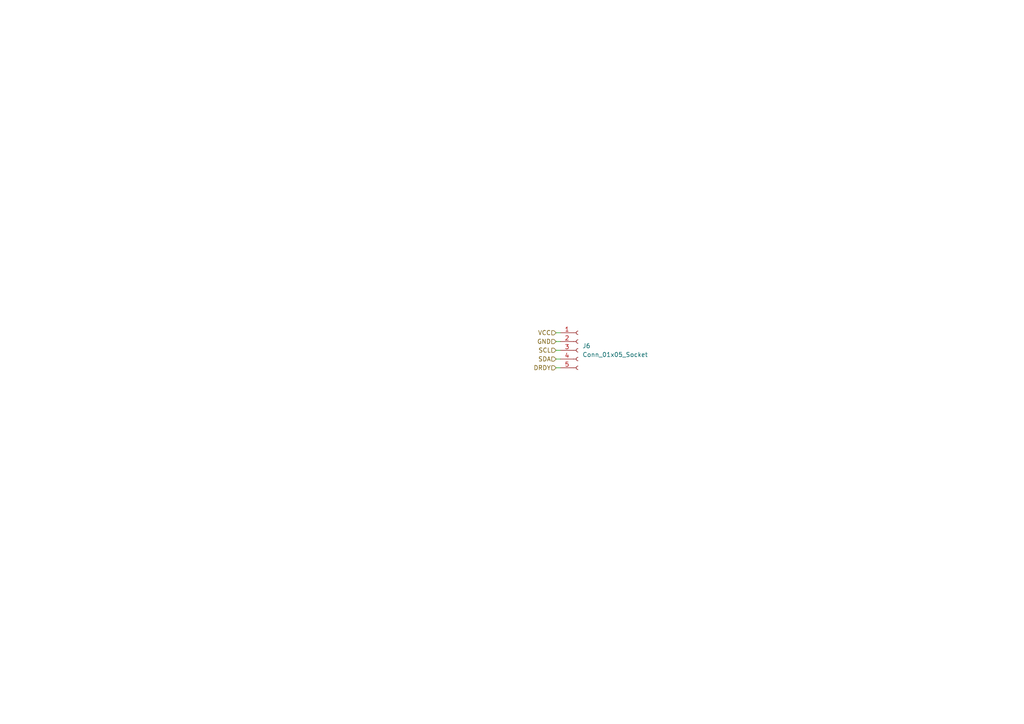
<source format=kicad_sch>
(kicad_sch (version 20250114) (generator "eeschema") (generator_version "9.0")
  (paper "A4")
  (title_block (comment 1 "Magnetometer module pin socket"))
  (lib_symbols
    (symbol "Connector:Conn_01x05_Socket" (pin_names (offset 1.016) (hide yes))
      (property "Reference" "J" (at 0 7.62 0))
      (property "Value" "Conn_01x05_Socket" (at 0 -7.62 0))
      (symbol "Conn_01x05_Socket_1_1"
        (polyline (pts (xy -1.27 5.08) (xy -0.508 5.08)) (stroke (width 0.1524)))
        (polyline (pts (xy -1.27 2.54) (xy -0.508 2.54)) (stroke (width 0.1524)))
        (polyline (pts (xy -1.27 0) (xy -0.508 0)) (stroke (width 0.1524)))
        (polyline (pts (xy -1.27 -2.54) (xy -0.508 -2.54)) (stroke (width 0.1524)))
        (polyline (pts (xy -1.27 -5.08) (xy -0.508 -5.08)) (stroke (width 0.1524)))
        (arc (start 0 4.572) (mid -0.5058 5.08) (end 0 5.588) (stroke (width 0.1524)))
        (arc (start 0 2.032) (mid -0.5058 2.54) (end 0 3.048) (stroke (width 0.1524)))
        (arc (start 0 -0.508) (mid -0.5058 0) (end 0 0.508) (stroke (width 0.1524)))
        (arc (start 0 -3.048) (mid -0.5058 -2.54) (end 0 -2.032) (stroke (width 0.1524)))
        (arc (start 0 -5.588) (mid -0.5058 -5.08) (end 0 -4.572) (stroke (width 0.1524)))
        (pin passive line (at -5.08 5.08 0) (length 3.81) (name "Pin_1") (number "1"))
        (pin passive line (at -5.08 2.54 0) (length 3.81) (name "Pin_2") (number "2"))
        (pin passive line (at -5.08 0 0) (length 3.81) (name "Pin_3") (number "3"))
        (pin passive line (at -5.08 -2.54 0) (length 3.81) (name "Pin_4") (number "4"))
        (pin passive line (at -5.08 -5.08 0) (length 3.81) (name "Pin_5") (number "5"))
      )
    )
  )
  (wire (pts (xy 161.29 101.6) (xy 162.56 101.6)))
  (wire (pts (xy 161.29 99.06) (xy 162.56 99.06)))
  (wire (pts (xy 161.29 106.68) (xy 162.56 106.68)))
  (wire (pts (xy 161.29 104.14) (xy 162.56 104.14)))
  (wire (pts (xy 161.29 96.52) (xy 162.56 96.52)))
  (hierarchical_label "SDA" (shape input) (at 161.29 104.14 180))
  (hierarchical_label "VCC" (shape input) (at 161.29 96.52 180))
  (hierarchical_label "DRDY" (shape input) (at 161.29 106.68 180))
  (hierarchical_label "SCL" (shape input) (at 161.29 101.6 180))
  (hierarchical_label "GND" (shape input) (at 161.29 99.06 180))
  (symbol (lib_id "Connector:Conn_01x05_Socket") (at 167.64 101.6 0) (unit 1)
    (property "Reference" "J6" (at 168.91 100.3299 0) (effects (justify left)))
    (property "Value" "Conn_01x05_Socket" (at 168.91 102.8699 0) (effects (justify left)))
    (property "Footprint" "Connector_PinSocket_2.54mm:PinSocket_1x05_P2.54mm_Vertical" (effects (hide yes)))
    (property "Description" "Generic connector, single row, 01x05, script generated" (effects (hide yes)))
  )
)
</source>
